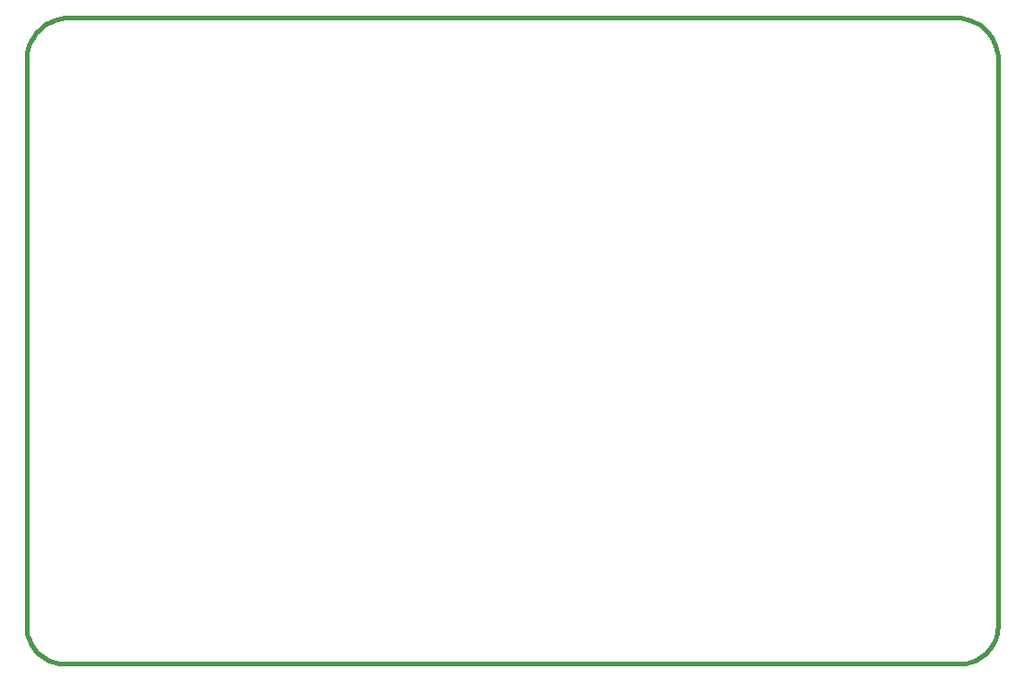
<source format=gbr>
G04 (created by PCBNEW-RS274X (2011-05-31)-stable) date Fri 24 Feb 2012 05:38:00 PM COT*
G01*
G70*
G90*
%MOIN*%
G04 Gerber Fmt 3.4, Leading zero omitted, Abs format*
%FSLAX34Y34*%
G04 APERTURE LIST*
%ADD10C,0.006000*%
%ADD11C,0.015000*%
G04 APERTURE END LIST*
G54D10*
G54D11*
X66520Y-56256D02*
X66520Y-56252D01*
X66358Y-56256D02*
X66520Y-56256D01*
X67953Y-53472D02*
X67953Y-54854D01*
X66547Y-56251D02*
X66665Y-56249D01*
X66783Y-56238D01*
X66900Y-56216D01*
X67014Y-56183D01*
X67125Y-56141D01*
X67232Y-56090D01*
X67334Y-56029D01*
X67431Y-55960D01*
X67521Y-55882D01*
X67604Y-55797D01*
X67679Y-55705D01*
X67746Y-55607D01*
X67804Y-55504D01*
X67853Y-55395D01*
X67892Y-55283D01*
X67922Y-55168D01*
X67941Y-55051D01*
X67950Y-54932D01*
X32953Y-53933D02*
X32953Y-54933D01*
X32955Y-53471D02*
X32955Y-53932D01*
X32959Y-53475D02*
X32955Y-53471D01*
X32952Y-54939D02*
X32961Y-55058D01*
X32980Y-55175D01*
X33010Y-55290D01*
X33049Y-55402D01*
X33098Y-55511D01*
X33156Y-55614D01*
X33223Y-55712D01*
X33298Y-55804D01*
X33381Y-55889D01*
X33471Y-55967D01*
X33568Y-56036D01*
X33670Y-56097D01*
X33777Y-56148D01*
X33888Y-56190D01*
X34002Y-56223D01*
X34119Y-56245D01*
X34237Y-56256D01*
X34355Y-56258D01*
X67955Y-53463D02*
X67955Y-34463D01*
X34357Y-56258D02*
X66357Y-56258D01*
X32955Y-34463D02*
X32955Y-53463D01*
X66455Y-32963D02*
X34455Y-32963D01*
X67955Y-34463D02*
X67949Y-34333D01*
X67932Y-34203D01*
X67903Y-34075D01*
X67864Y-33950D01*
X67814Y-33830D01*
X67754Y-33714D01*
X67683Y-33603D01*
X67604Y-33499D01*
X67515Y-33403D01*
X67419Y-33314D01*
X67315Y-33235D01*
X67205Y-33164D01*
X67088Y-33104D01*
X66968Y-33054D01*
X66843Y-33015D01*
X66715Y-32986D01*
X66585Y-32969D01*
X66455Y-32963D01*
X34455Y-32963D02*
X34325Y-32969D01*
X34195Y-32986D01*
X34067Y-33015D01*
X33942Y-33054D01*
X33822Y-33104D01*
X33706Y-33164D01*
X33595Y-33235D01*
X33491Y-33314D01*
X33395Y-33403D01*
X33306Y-33499D01*
X33227Y-33603D01*
X33156Y-33714D01*
X33096Y-33830D01*
X33046Y-33950D01*
X33007Y-34075D01*
X32978Y-34203D01*
X32961Y-34333D01*
X32955Y-34463D01*
M02*

</source>
